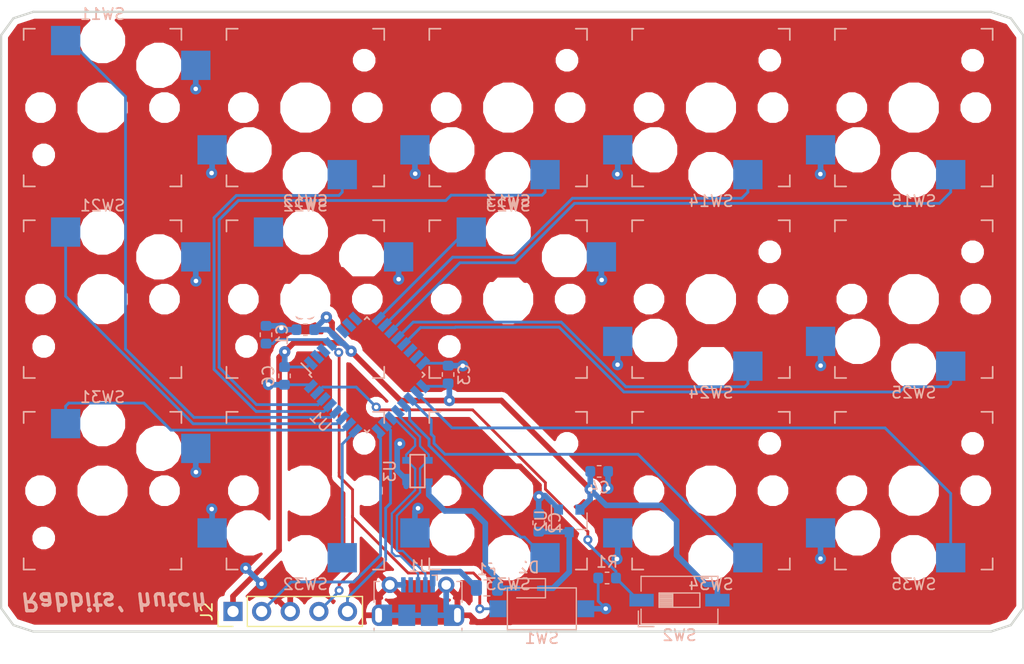
<source format=kicad_pcb>
(kicad_pcb (version 20171130) (host pcbnew "(5.0.2)-1")
  (layers (0 F.Cu signal) (31 B.Cu signal) (34 B.Paste user) (35 F.Paste user) (36 B.SilkS user) (37 F.SilkS user) (38 B.Mask user) (39 F.Mask user) (44 Edge.Cuts user))
  (net 0 "")
  (net 1 GND)
  (net 2 NRST)
  (net 3 "Net-(C2-Pad1)")
  (net 4 VDD)
  (net 5 D+)
  (net 6 D-)
  (net 7 VBUS)
  (net 8 "Net-(J1-Pad4)")
  (net 9 SWDIO)
  (net 10 SW11)
  (net 11 SW12)
  (net 12 SW13)
  (net 13 SW14)
  (net 14 SW15)
  (net 15 SW21)
  (net 16 SW22)
  (net 17 SW23)
  (net 18 SW24)
  (net 19 SW25)
  (net 20 SW31)
  (net 21 SW32)
  (net 22 SW33)
  (net 23 SW34)
  (net 24 SW35)
  (net 25 "Net-(U1-Pad2)")
  (net 26 "Net-(U1-Pad3)")
  (net 27 "Net-(U1-Pad6)")
  (net 28 "Net-(U1-Pad7)")
  (net 29 "Net-(U1-Pad8)")
  (net 30 "Net-(U1-Pad14)")
  (net 31 "Net-(U1-Pad15)")
  (net 32 SWDCLK)
  (net 33 BOOT0)
  (net 34 "Net-(F1-Pad2)")
  (module random-keyboard-parts:SOT143B (layer B.Cu) (at 147.19 118.69 90)
    (fp_text reference U3 (at 0 -2.45 90) (layer B.SilkS) (effects (justify mirror)))
    (fp_text value PRTR5V0U2X)
    (pad 1 smd rect (at -0.75 -1 90) (size 1 0.7) (layers B.Cu B.Paste B.Mask) (net 1 GND))
    (pad 4 smd rect (at -0.95 1 90) (size 0.6 0.7) (layers B.Cu B.Paste B.Mask) (net 7 VBUS))
    (pad 2 smd rect (at 0.95 -1 90) (size 0.6 0.7) (layers B.Cu B.Paste B.Mask) (net 5 D+))
    (pad 3 smd rect (at 0.95 1 90) (size 0.6 0.7) (layers B.Cu B.Paste B.Mask) (net 6 D-))
  )
  (module Diode_SMD:D_SOD-323 (layer B.Cu) (at 157.05 129.09 180)
    (fp_text reference D2 (at 0 1.85 180) (layer B.SilkS) (effects (justify mirror)))
    (fp_text value D_Schottky_Small)
    (pad 1 smd rect (at -1.05 0 180) (size 0.6 0.45) (layers B.Cu B.Paste B.Mask) (net 3 "Net-(C2-Pad1)"))
    (pad 2 smd rect (at 1.05 0 180) (size 0.6 0.45) (layers B.Cu B.Paste B.Mask) (net 7 VBUS))
  )
  (module keyswitches:PG1350_socket (layer F.Cu) (at 155.24 86.43)
    (fp_text reference SW13 (at 0 8.3) (layer B.SilkS) (effects (justify mirror)))
    (fp_text value PG1350_Socket)
    (pad "" np_thru_hole circle (at -5.5 0) (size 1.7018 1.7018) (drill 1.7018) (layers *.Cu *.Mask))
    (pad "" np_thru_hole circle (at 5.5 0) (size 1.7018 1.7018) (drill 1.7018) (layers *.Cu *.Mask))
    (pad 1 smd rect (at 3.275 5.95) (size 2.6 2.6) (layers B.Cu B.Paste B.Mask) (net 12 SW13))
    (pad "" np_thru_hole circle (at -5 3.75) (size 3 3) (drill 3) (layers *.Cu *.Mask))
    (pad "" np_thru_hole circle (at 0 0) (size 3.429 3.429) (drill 3.429) (layers *.Cu *.Mask))
    (pad "" np_thru_hole circle (at 0 5.95) (size 3 3) (drill 3) (layers *.Cu *.Mask))
    (pad 2 smd rect (at -8.275 3.75) (size 2.6 2.6) (layers B.Cu B.Paste B.Mask) (net 1 GND))
    (pad "" np_thru_hole circle (at 5.22 -4.2) (size 0.9906 0.9906) (drill 0.9906) (layers *.Cu *.Mask))
  )
  (module Capacitor_SMD:C_0603_1608Metric (layer B.Cu) (at 133.75 106.59 90)
    (fp_text reference C1 (at 0 1.43 90) (layer B.SilkS) (effects (justify mirror)))
    (fp_text value C_Small)
    (pad 2 smd roundrect (at 0.7875 0 90) (size 0.875 0.95) (layers B.Cu B.Paste B.Mask) (net 1 GND))
    (pad 1 smd roundrect (at -0.7875 0 90) (size 0.875 0.95) (layers B.Cu B.Paste B.Mask) (net 2 NRST))
  )
  (module Capacitor_SMD:C_0603_1608Metric (layer B.Cu) (at 157.95 123.28 90)
    (fp_text reference C2 (at 0 1.43 90) (layer B.SilkS) (effects (justify mirror)))
    (fp_text value 1u)
    (pad 1 smd roundrect (at -0.7875 0 90) (size 0.875 0.95) (layers B.Cu B.Paste B.Mask) (net 3 "Net-(C2-Pad1)"))
    (pad 2 smd roundrect (at 0.7875 0 90) (size 0.875 0.95) (layers B.Cu B.Paste B.Mask) (net 1 GND))
  )
  (module Capacitor_SMD:C_0603_1608Metric (layer B.Cu) (at 149.91 110.12 90)
    (fp_text reference C3 (at 0 1.43 90) (layer B.SilkS) (effects (justify mirror)))
    (fp_text value 1n)
    (pad 1 smd roundrect (at -0.7875 0 90) (size 0.875 0.95) (layers B.Cu B.Paste B.Mask) (net 4 VDD))
    (pad 2 smd roundrect (at 0.7875 0 90) (size 0.875 0.95) (layers B.Cu B.Paste B.Mask) (net 1 GND))
  )
  (module Capacitor_SMD:C_0603_1608Metric (layer B.Cu) (at 163.3175 118.72)
    (fp_text reference C4 (at 0 1.43) (layer B.SilkS) (effects (justify mirror)))
    (fp_text value 1u)
    (pad 2 smd roundrect (at 0.7875 0) (size 0.875 0.95) (layers B.Cu B.Paste B.Mask) (net 1 GND))
    (pad 1 smd roundrect (at -0.7875 0) (size 0.875 0.95) (layers B.Cu B.Paste B.Mask) (net 4 VDD))
  )
  (module Capacitor_SMD:C_0603_1608Metric (layer B.Cu) (at 137.24 106.14 180)
    (fp_text reference C5 (at 0 1.43 180) (layer B.SilkS) (effects (justify mirror)))
    (fp_text value 1n)
    (pad 2 smd roundrect (at 0.7875 0 180) (size 0.875 0.95) (layers B.Cu B.Paste B.Mask) (net 1 GND))
    (pad 1 smd roundrect (at -0.7875 0 180) (size 0.875 0.95) (layers B.Cu B.Paste B.Mask) (net 4 VDD))
  )
  (module Capacitor_SMD:C_0603_1608Metric (layer B.Cu) (at 135.39 110.24 270)
    (fp_text reference C6 (at 0 1.43 270) (layer B.SilkS) (effects (justify mirror)))
    (fp_text value 1n)
    (pad 1 smd roundrect (at -0.7875 0 270) (size 0.875 0.95) (layers B.Cu B.Paste B.Mask) (net 4 VDD))
    (pad 2 smd roundrect (at 0.7875 0 270) (size 0.875 0.95) (layers B.Cu B.Paste B.Mask) (net 1 GND))
  )
  (module Connector_USB:USB_Micro-B_Molex-105017-0001 (layer B.Cu) (at 147.24 130.25 180)
    (fp_text reference J1 (at 0 3.1125 180) (layer B.SilkS) (effects (justify mirror)))
    (fp_text value USB_B_Micro)
    (pad 6 smd rect (at 1 -1.2375 180) (size 1.5 1.9) (layers B.Cu B.Paste B.Mask) (net 1 GND))
    (pad 6 thru_hole circle (at -2.5 1.4625 180) (size 1.45 1.45) (drill 0.85) (layers *.Cu *.Mask) (net 1 GND))
    (pad 2 smd rect (at -0.65 1.4625 180) (size 0.4 1.35) (layers B.Cu B.Paste B.Mask) (net 6 D-))
    (pad 1 smd rect (at -1.3 1.4625 180) (size 0.4 1.35) (layers B.Cu B.Paste B.Mask) (net 34 "Net-(F1-Pad2)"))
    (pad 5 smd rect (at 1.3 1.4625 180) (size 0.4 1.35) (layers B.Cu B.Paste B.Mask) (net 1 GND))
    (pad 4 smd rect (at 0.65 1.4625 180) (size 0.4 1.35) (layers B.Cu B.Paste B.Mask) (net 8 "Net-(J1-Pad4)"))
    (pad 3 smd rect (at 0 1.4625 180) (size 0.4 1.35) (layers B.Cu B.Paste B.Mask) (net 5 D+))
    (pad 6 thru_hole circle (at 2.5 1.4625 180) (size 1.45 1.45) (drill 0.85) (layers *.Cu *.Mask) (net 1 GND))
    (pad 6 smd rect (at -1 -1.2375 180) (size 1.5 1.9) (layers B.Cu B.Paste B.Mask) (net 1 GND))
    (pad 6 thru_hole oval (at -3.5 -1.2375) (size 1.2 1.9) (drill oval 0.6 1.3) (layers *.Cu *.Mask) (net 1 GND))
    (pad 6 thru_hole oval (at 3.5 -1.2375 180) (size 1.2 1.9) (drill oval 0.6 1.3) (layers *.Cu *.Mask) (net 1 GND))
    (pad 6 smd rect (at 2.9 -1.2375 180) (size 1.2 1.9) (layers B.Cu B.Mask) (net 1 GND))
    (pad 6 smd rect (at -2.9 -1.2375 180) (size 1.2 1.9) (layers B.Cu B.Mask) (net 1 GND))
  )
  (module Connector_PinHeader_2.54mm:PinHeader_1x05_P2.54mm_Vertical (layer F.Cu) (at 130.82 131.15 90)
    (fp_text reference J2 (at 0 -2.33 90) (layer F.SilkS))
    (fp_text value Conn_01x05)
    (pad 1 thru_hole rect (at 0 0 90) (size 1.7 1.7) (drill 1) (layers *.Cu *.Mask) (net 4 VDD))
    (pad 2 thru_hole oval (at 0 2.54 90) (size 1.7 1.7) (drill 1) (layers *.Cu *.Mask) (net 32 SWDCLK))
    (pad 3 thru_hole oval (at 0 5.08 90) (size 1.7 1.7) (drill 1) (layers *.Cu *.Mask) (net 1 GND))
    (pad 4 thru_hole oval (at 0 7.62 90) (size 1.7 1.7) (drill 1) (layers *.Cu *.Mask) (net 2 NRST))
    (pad 5 thru_hole oval (at 0 10.16 90) (size 1.7 1.7) (drill 1) (layers *.Cu *.Mask) (net 9 SWDIO))
  )
  (module Button_Switch_SMD:SW_SPST_CK_RS282G05A3 (layer B.Cu) (at 158.23 130.91)
    (fp_text reference SW1 (at 0 2.6) (layer B.SilkS) (effects (justify mirror)))
    (fp_text value SW_Push)
    (pad 1 smd rect (at -3.9 0) (size 1.5 1.5) (layers B.Cu B.Paste B.Mask) (net 2 NRST))
    (pad 2 smd rect (at 3.9 0) (size 1.5 1.5) (layers B.Cu B.Paste B.Mask) (net 1 GND))
  )
  (module keyswitches:PG1350_socket (layer F.Cu) (at 119.24 86.43 180)
    (fp_text reference SW11 (at 0 8.3 180) (layer B.SilkS) (effects (justify mirror)))
    (fp_text value PG1350_Socket)
    (pad "" np_thru_hole circle (at -5.5 0 180) (size 1.7018 1.7018) (drill 1.7018) (layers *.Cu *.Mask))
    (pad "" np_thru_hole circle (at 5.5 0 180) (size 1.7018 1.7018) (drill 1.7018) (layers *.Cu *.Mask))
    (pad 1 smd rect (at 3.275 5.95 180) (size 2.6 2.6) (layers B.Cu B.Paste B.Mask) (net 10 SW11))
    (pad "" np_thru_hole circle (at -5 3.75 180) (size 3 3) (drill 3) (layers *.Cu *.Mask))
    (pad "" np_thru_hole circle (at 0 0 180) (size 3.429 3.429) (drill 3.429) (layers *.Cu *.Mask))
    (pad "" np_thru_hole circle (at 0 5.95 180) (size 3 3) (drill 3) (layers *.Cu *.Mask))
    (pad 2 smd rect (at -8.275 3.75 180) (size 2.6 2.6) (layers B.Cu B.Paste B.Mask) (net 1 GND))
    (pad "" np_thru_hole circle (at 5.22 -4.2 180) (size 0.9906 0.9906) (drill 0.9906) (layers *.Cu *.Mask))
  )
  (module keyswitches:PG1350_socket (layer F.Cu) (at 137.24 86.43)
    (fp_text reference SW12 (at 0 8.3) (layer B.SilkS) (effects (justify mirror)))
    (fp_text value PG1350_Socket)
    (pad "" np_thru_hole circle (at 5.22 -4.2) (size 0.9906 0.9906) (drill 0.9906) (layers *.Cu *.Mask))
    (pad 2 smd rect (at -8.275 3.75) (size 2.6 2.6) (layers B.Cu B.Paste B.Mask) (net 1 GND))
    (pad "" np_thru_hole circle (at 0 5.95) (size 3 3) (drill 3) (layers *.Cu *.Mask))
    (pad "" np_thru_hole circle (at 0 0) (size 3.429 3.429) (drill 3.429) (layers *.Cu *.Mask))
    (pad "" np_thru_hole circle (at -5 3.75) (size 3 3) (drill 3) (layers *.Cu *.Mask))
    (pad 1 smd rect (at 3.275 5.95) (size 2.6 2.6) (layers B.Cu B.Paste B.Mask) (net 11 SW12))
    (pad "" np_thru_hole circle (at 5.5 0) (size 1.7018 1.7018) (drill 1.7018) (layers *.Cu *.Mask))
    (pad "" np_thru_hole circle (at -5.5 0) (size 1.7018 1.7018) (drill 1.7018) (layers *.Cu *.Mask))
  )
  (module keyswitches:PG1350_socket (layer F.Cu) (at 173.24 86.43)
    (fp_text reference SW14 (at 0 8.3) (layer B.SilkS) (effects (justify mirror)))
    (fp_text value PG1350_Socket)
    (pad "" np_thru_hole circle (at 5.22 -4.2) (size 0.9906 0.9906) (drill 0.9906) (layers *.Cu *.Mask))
    (pad 2 smd rect (at -8.275 3.75) (size 2.6 2.6) (layers B.Cu B.Paste B.Mask) (net 1 GND))
    (pad "" np_thru_hole circle (at 0 5.95) (size 3 3) (drill 3) (layers *.Cu *.Mask))
    (pad "" np_thru_hole circle (at 0 0) (size 3.429 3.429) (drill 3.429) (layers *.Cu *.Mask))
    (pad "" np_thru_hole circle (at -5 3.75) (size 3 3) (drill 3) (layers *.Cu *.Mask))
    (pad 1 smd rect (at 3.275 5.95) (size 2.6 2.6) (layers B.Cu B.Paste B.Mask) (net 13 SW14))
    (pad "" np_thru_hole circle (at 5.5 0) (size 1.7018 1.7018) (drill 1.7018) (layers *.Cu *.Mask))
    (pad "" np_thru_hole circle (at -5.5 0) (size 1.7018 1.7018) (drill 1.7018) (layers *.Cu *.Mask))
  )
  (module keyswitches:PG1350_socket (layer F.Cu) (at 191.24 86.43)
    (fp_text reference SW15 (at 0 8.3) (layer B.SilkS) (effects (justify mirror)))
    (fp_text value PG1350_Socket)
    (pad "" np_thru_hole circle (at -5.5 0) (size 1.7018 1.7018) (drill 1.7018) (layers *.Cu *.Mask))
    (pad "" np_thru_hole circle (at 5.5 0) (size 1.7018 1.7018) (drill 1.7018) (layers *.Cu *.Mask))
    (pad 1 smd rect (at 3.275 5.95) (size 2.6 2.6) (layers B.Cu B.Paste B.Mask) (net 14 SW15))
    (pad "" np_thru_hole circle (at -5 3.75) (size 3 3) (drill 3) (layers *.Cu *.Mask))
    (pad "" np_thru_hole circle (at 0 0) (size 3.429 3.429) (drill 3.429) (layers *.Cu *.Mask))
    (pad "" np_thru_hole circle (at 0 5.95) (size 3 3) (drill 3) (layers *.Cu *.Mask))
    (pad 2 smd rect (at -8.275 3.75) (size 2.6 2.6) (layers B.Cu B.Paste B.Mask) (net 1 GND))
    (pad "" np_thru_hole circle (at 5.22 -4.2) (size 0.9906 0.9906) (drill 0.9906) (layers *.Cu *.Mask))
  )
  (module keyswitches:PG1350_socket (layer F.Cu) (at 119.24 103.43 180)
    (fp_text reference SW21 (at 0 8.3 180) (layer B.SilkS) (effects (justify mirror)))
    (fp_text value PG1350_Socket)
    (pad "" np_thru_hole circle (at 5.22 -4.2 180) (size 0.9906 0.9906) (drill 0.9906) (layers *.Cu *.Mask))
    (pad 2 smd rect (at -8.275 3.75 180) (size 2.6 2.6) (layers B.Cu B.Paste B.Mask) (net 1 GND))
    (pad "" np_thru_hole circle (at 0 5.95 180) (size 3 3) (drill 3) (layers *.Cu *.Mask))
    (pad "" np_thru_hole circle (at 0 0 180) (size 3.429 3.429) (drill 3.429) (layers *.Cu *.Mask))
    (pad "" np_thru_hole circle (at -5 3.75 180) (size 3 3) (drill 3) (layers *.Cu *.Mask))
    (pad 1 smd rect (at 3.275 5.95 180) (size 2.6 2.6) (layers B.Cu B.Paste B.Mask) (net 15 SW21))
    (pad "" np_thru_hole circle (at 5.5 0 180) (size 1.7018 1.7018) (drill 1.7018) (layers *.Cu *.Mask))
    (pad "" np_thru_hole circle (at -5.5 0 180) (size 1.7018 1.7018) (drill 1.7018) (layers *.Cu *.Mask))
  )
  (module keyswitches:PG1350_socket (layer F.Cu) (at 137.24 103.43 180)
    (fp_text reference SW22 (at 0 8.3 180) (layer B.SilkS) (effects (justify mirror)))
    (fp_text value PG1350_Socket)
    (pad "" np_thru_hole circle (at -5.5 0 180) (size 1.7018 1.7018) (drill 1.7018) (layers *.Cu *.Mask))
    (pad "" np_thru_hole circle (at 5.5 0 180) (size 1.7018 1.7018) (drill 1.7018) (layers *.Cu *.Mask))
    (pad 1 smd rect (at 3.275 5.95 180) (size 2.6 2.6) (layers B.Cu B.Paste B.Mask) (net 16 SW22))
    (pad "" np_thru_hole circle (at -5 3.75 180) (size 3 3) (drill 3) (layers *.Cu *.Mask))
    (pad "" np_thru_hole circle (at 0 0 180) (size 3.429 3.429) (drill 3.429) (layers *.Cu *.Mask))
    (pad "" np_thru_hole circle (at 0 5.95 180) (size 3 3) (drill 3) (layers *.Cu *.Mask))
    (pad 2 smd rect (at -8.275 3.75 180) (size 2.6 2.6) (layers B.Cu B.Paste B.Mask) (net 1 GND))
    (pad "" np_thru_hole circle (at 5.22 -4.2 180) (size 0.9906 0.9906) (drill 0.9906) (layers *.Cu *.Mask))
  )
  (module keyswitches:PG1350_socket (layer F.Cu) (at 155.24 103.43 180)
    (fp_text reference SW23 (at 0 8.3 180) (layer B.SilkS) (effects (justify mirror)))
    (fp_text value PG1350_Socket)
    (pad "" np_thru_hole circle (at 5.22 -4.2 180) (size 0.9906 0.9906) (drill 0.9906) (layers *.Cu *.Mask))
    (pad 2 smd rect (at -8.275 3.75 180) (size 2.6 2.6) (layers B.Cu B.Paste B.Mask) (net 1 GND))
    (pad "" np_thru_hole circle (at 0 5.95 180) (size 3 3) (drill 3) (layers *.Cu *.Mask))
    (pad "" np_thru_hole circle (at 0 0 180) (size 3.429 3.429) (drill 3.429) (layers *.Cu *.Mask))
    (pad "" np_thru_hole circle (at -5 3.75 180) (size 3 3) (drill 3) (layers *.Cu *.Mask))
    (pad 1 smd rect (at 3.275 5.95 180) (size 2.6 2.6) (layers B.Cu B.Paste B.Mask) (net 17 SW23))
    (pad "" np_thru_hole circle (at 5.5 0 180) (size 1.7018 1.7018) (drill 1.7018) (layers *.Cu *.Mask))
    (pad "" np_thru_hole circle (at -5.5 0 180) (size 1.7018 1.7018) (drill 1.7018) (layers *.Cu *.Mask))
  )
  (module keyswitches:PG1350_socket (layer F.Cu) (at 173.24 103.43)
    (fp_text reference SW24 (at 0 8.3 180) (layer B.SilkS) (effects (justify mirror)))
    (fp_text value PG1350_Socket)
    (pad "" np_thru_hole circle (at -5.5 0) (size 1.7018 1.7018) (drill 1.7018) (layers *.Cu *.Mask))
    (pad "" np_thru_hole circle (at 5.5 0) (size 1.7018 1.7018) (drill 1.7018) (layers *.Cu *.Mask))
    (pad 1 smd rect (at 3.275 5.95) (size 2.6 2.6) (layers B.Cu B.Paste B.Mask) (net 18 SW24))
    (pad "" np_thru_hole circle (at -5 3.75) (size 3 3) (drill 3) (layers *.Cu *.Mask))
    (pad "" np_thru_hole circle (at 0 0) (size 3.429 3.429) (drill 3.429) (layers *.Cu *.Mask))
    (pad "" np_thru_hole circle (at 0 5.95) (size 3 3) (drill 3) (layers *.Cu *.Mask))
    (pad 2 smd rect (at -8.275 3.75) (size 2.6 2.6) (layers B.Cu B.Paste B.Mask) (net 1 GND))
    (pad "" np_thru_hole circle (at 5.22 -4.2) (size 0.9906 0.9906) (drill 0.9906) (layers *.Cu *.Mask))
  )
  (module keyswitches:PG1350_socket (layer F.Cu) (at 191.24 103.43)
    (fp_text reference SW25 (at 0 8.3 180) (layer B.SilkS) (effects (justify mirror)))
    (fp_text value PG1350_Socket)
    (pad "" np_thru_hole circle (at 5.22 -4.2) (size 0.9906 0.9906) (drill 0.9906) (layers *.Cu *.Mask))
    (pad 2 smd rect (at -8.275 3.75) (size 2.6 2.6) (layers B.Cu B.Paste B.Mask) (net 1 GND))
    (pad "" np_thru_hole circle (at 0 5.95) (size 3 3) (drill 3) (layers *.Cu *.Mask))
    (pad "" np_thru_hole circle (at 0 0) (size 3.429 3.429) (drill 3.429) (layers *.Cu *.Mask))
    (pad "" np_thru_hole circle (at -5 3.75) (size 3 3) (drill 3) (layers *.Cu *.Mask))
    (pad 1 smd rect (at 3.275 5.95) (size 2.6 2.6) (layers B.Cu B.Paste B.Mask) (net 19 SW25))
    (pad "" np_thru_hole circle (at 5.5 0) (size 1.7018 1.7018) (drill 1.7018) (layers *.Cu *.Mask))
    (pad "" np_thru_hole circle (at -5.5 0) (size 1.7018 1.7018) (drill 1.7018) (layers *.Cu *.Mask))
  )
  (module keyswitches:PG1350_socket (layer F.Cu) (at 119.24 120.43 180)
    (fp_text reference SW31 (at 0 8.3 180) (layer B.SilkS) (effects (justify mirror)))
    (fp_text value PG1350_Socket)
    (pad "" np_thru_hole circle (at -5.5 0 180) (size 1.7018 1.7018) (drill 1.7018) (layers *.Cu *.Mask))
    (pad "" np_thru_hole circle (at 5.5 0 180) (size 1.7018 1.7018) (drill 1.7018) (layers *.Cu *.Mask))
    (pad 1 smd rect (at 3.275 5.95 180) (size 2.6 2.6) (layers B.Cu B.Paste B.Mask) (net 20 SW31))
    (pad "" np_thru_hole circle (at -5 3.75 180) (size 3 3) (drill 3) (layers *.Cu *.Mask))
    (pad "" np_thru_hole circle (at 0 0 180) (size 3.429 3.429) (drill 3.429) (layers *.Cu *.Mask))
    (pad "" np_thru_hole circle (at 0 5.95 180) (size 3 3) (drill 3) (layers *.Cu *.Mask))
    (pad 2 smd rect (at -8.275 3.75 180) (size 2.6 2.6) (layers B.Cu B.Paste B.Mask) (net 1 GND))
    (pad "" np_thru_hole circle (at 5.22 -4.2 180) (size 0.9906 0.9906) (drill 0.9906) (layers *.Cu *.Mask))
  )
  (module keyswitches:PG1350_socket (layer F.Cu) (at 137.24 120.43)
    (fp_text reference SW32 (at 0 8.3) (layer B.SilkS) (effects (justify mirror)))
    (fp_text value PG1350_Socket)
    (pad "" np_thru_hole circle (at 5.22 -4.2) (size 0.9906 0.9906) (drill 0.9906) (layers *.Cu *.Mask))
    (pad 2 smd rect (at -8.275 3.75) (size 2.6 2.6) (layers B.Cu B.Paste B.Mask) (net 1 GND))
    (pad "" np_thru_hole circle (at 0 5.95) (size 3 3) (drill 3) (layers *.Cu *.Mask))
    (pad "" np_thru_hole circle (at 0 0) (size 3.429 3.429) (drill 3.429) (layers *.Cu *.Mask))
    (pad "" np_thru_hole circle (at -5 3.75) (size 3 3) (drill 3) (layers *.Cu *.Mask))
    (pad 1 smd rect (at 3.275 5.95) (size 2.6 2.6) (layers B.Cu B.Paste B.Mask) (net 21 SW32))
    (pad "" np_thru_hole circle (at 5.5 0) (size 1.7018 1.7018) (drill 1.7018) (layers *.Cu *.Mask))
    (pad "" np_thru_hole circle (at -5.5 0) (size 1.7018 1.7018) (drill 1.7018) (layers *.Cu *.Mask))
  )
  (module keyswitches:PG1350_socket (layer F.Cu) (at 155.24 120.43)
    (fp_text reference SW33 (at 0 8.3) (layer B.SilkS) (effects (justify mirror)))
    (fp_text value PG1350_Socket)
    (pad "" np_thru_hole circle (at -5.5 0) (size 1.7018 1.7018) (drill 1.7018) (layers *.Cu *.Mask))
    (pad "" np_thru_hole circle (at 5.5 0) (size 1.7018 1.7018) (drill 1.7018) (layers *.Cu *.Mask))
    (pad 1 smd rect (at 3.275 5.95) (size 2.6 2.6) (layers B.Cu B.Paste B.Mask) (net 22 SW33))
    (pad "" np_thru_hole circle (at -5 3.75) (size 3 3) (drill 3) (layers *.Cu *.Mask))
    (pad "" np_thru_hole circle (at 0 0) (size 3.429 3.429) (drill 3.429) (layers *.Cu *.Mask))
    (pad "" np_thru_hole circle (at 0 5.95) (size 3 3) (drill 3) (layers *.Cu *.Mask))
    (pad 2 smd rect (at -8.275 3.75) (size 2.6 2.6) (layers B.Cu B.Paste B.Mask) (net 1 GND))
    (pad "" np_thru_hole circle (at 5.22 -4.2) (size 0.9906 0.9906) (drill 0.9906) (layers *.Cu *.Mask))
  )
  (module keyswitches:PG1350_socket (layer F.Cu) (at 173.24 120.43)
    (fp_text reference SW34 (at 0 8.3 180) (layer B.SilkS) (effects (justify mirror)))
    (fp_text value PG1350_Socket)
    (pad "" np_thru_hole circle (at 5.22 -4.2) (size 0.9906 0.9906) (drill 0.9906) (layers *.Cu *.Mask))
    (pad 2 smd rect (at -8.275 3.75) (size 2.6 2.6) (layers B.Cu B.Paste B.Mask) (net 1 GND))
    (pad "" np_thru_hole circle (at 0 5.95) (size 3 3) (drill 3) (layers *.Cu *.Mask))
    (pad "" np_thru_hole circle (at 0 0) (size 3.429 3.429) (drill 3.429) (layers *.Cu *.Mask))
    (pad "" np_thru_hole circle (at -5 3.75) (size 3 3) (drill 3) (layers *.Cu *.Mask))
    (pad 1 smd rect (at 3.275 5.95) (size 2.6 2.6) (layers B.Cu B.Paste B.Mask) (net 23 SW34))
    (pad "" np_thru_hole circle (at 5.5 0) (size 1.7018 1.7018) (drill 1.7018) (layers *.Cu *.Mask))
    (pad "" np_thru_hole circle (at -5.5 0) (size 1.7018 1.7018) (drill 1.7018) (layers *.Cu *.Mask))
  )
  (module keyswitches:PG1350_socket (layer F.Cu) (at 191.24 120.43)
    (fp_text reference SW35 (at 0 8.3 180) (layer B.SilkS) (effects (justify mirror)))
    (fp_text value PG1350_Socket)
    (pad "" np_thru_hole circle (at 5.22 -4.2) (size 0.9906 0.9906) (drill 0.9906) (layers *.Cu *.Mask))
    (pad 2 smd rect (at -8.275 3.75) (size 2.6 2.6) (layers B.Cu B.Paste B.Mask) (net 1 GND))
    (pad "" np_thru_hole circle (at 0 5.95) (size 3 3) (drill 3) (layers *.Cu *.Mask))
    (pad "" np_thru_hole circle (at 0 0) (size 3.429 3.429) (drill 3.429) (layers *.Cu *.Mask))
    (pad "" np_thru_hole circle (at -5 3.75) (size 3 3) (drill 3) (layers *.Cu *.Mask))
    (pad 1 smd rect (at 3.275 5.95) (size 2.6 2.6) (layers B.Cu B.Paste B.Mask) (net 24 SW35))
    (pad "" np_thru_hole circle (at 5.5 0) (size 1.7018 1.7018) (drill 1.7018) (layers *.Cu *.Mask))
    (pad "" np_thru_hole circle (at -5.5 0) (size 1.7018 1.7018) (drill 1.7018) (layers *.Cu *.Mask))
  )
  (module Package_QFP:LQFP-32_7x7mm_P0.8mm (layer B.Cu) (at 142.709417 110.14099 315)
    (fp_text reference U1 (at 0 5.85 315) (layer B.SilkS) (effects (justify mirror)))
    (fp_text value STM32F042K4Tx)
    (pad 1 smd rect (at -4.25 2.8 315) (size 1.2 0.6) (layers B.Cu B.Paste B.Mask) (net 4 VDD))
    (pad 2 smd rect (at -4.25 2 315) (size 1.2 0.6) (layers B.Cu B.Paste B.Mask) (net 25 "Net-(U1-Pad2)"))
    (pad 3 smd rect (at -4.25 1.2 315) (size 1.2 0.6) (layers B.Cu B.Paste B.Mask) (net 26 "Net-(U1-Pad3)"))
    (pad 4 smd rect (at -4.25 0.4 315) (size 1.2 0.6) (layers B.Cu B.Paste B.Mask) (net 2 NRST))
    (pad 5 smd rect (at -4.25 -0.4 315) (size 1.2 0.6) (layers B.Cu B.Paste B.Mask) (net 4 VDD))
    (pad 6 smd rect (at -4.25 -1.2 315) (size 1.2 0.6) (layers B.Cu B.Paste B.Mask) (net 27 "Net-(U1-Pad6)"))
    (pad 7 smd rect (at -4.25 -2 315) (size 1.2 0.6) (layers B.Cu B.Paste B.Mask) (net 28 "Net-(U1-Pad7)"))
    (pad 8 smd rect (at -4.25 -2.8 315) (size 1.2 0.6) (layers B.Cu B.Paste B.Mask) (net 29 "Net-(U1-Pad8)"))
    (pad 9 smd rect (at -2.8 -4.25 225) (size 1.2 0.6) (layers B.Cu B.Paste B.Mask) (net 17 SW23))
    (pad 10 smd rect (at -2 -4.25 225) (size 1.2 0.6) (layers B.Cu B.Paste B.Mask) (net 13 SW14))
    (pad 11 smd rect (at -1.2 -4.25 225) (size 1.2 0.6) (layers B.Cu B.Paste B.Mask) (net 14 SW15))
    (pad 12 smd rect (at -0.4 -4.25 225) (size 1.2 0.6) (layers B.Cu B.Paste B.Mask) (net 18 SW24))
    (pad 13 smd rect (at 0.4 -4.25 225) (size 1.2 0.6) (layers B.Cu B.Paste B.Mask) (net 19 SW25))
    (pad 14 smd rect (at 1.2 -4.25 225) (size 1.2 0.6) (layers B.Cu B.Paste B.Mask) (net 30 "Net-(U1-Pad14)"))
    (pad 15 smd rect (at 2 -4.25 225) (size 1.2 0.6) (layers B.Cu B.Paste B.Mask) (net 31 "Net-(U1-Pad15)"))
    (pad 16 smd rect (at 2.8 -4.25 225) (size 1.2 0.6) (layers B.Cu B.Paste B.Mask) (net 1 GND))
    (pad 17 smd rect (at 4.25 -2.8 315) (size 1.2 0.6) (layers B.Cu B.Paste B.Mask) (net 4 VDD))
    (pad 18 smd rect (at 4.25 -2 315) (size 1.2 0.6) (layers B.Cu B.Paste B.Mask) (net 24 SW35))
    (pad 19 smd rect (at 4.25 -1.2 315) (size 1.2 0.6) (layers B.Cu B.Paste B.Mask) (net 23 SW34))
    (pad 20 smd rect (at 4.25 -0.4 315) (size 1.2 0.6) (layers B.Cu B.Paste B.Mask) (net 22 SW33))
    (pad 21 smd rect (at 4.25 0.4 315) (size 1.2 0.6) (layers B.Cu B.Paste B.Mask) (net 6 D-))
    (pad 22 smd rect (at 4.25 1.2 315) (size 1.2 0.6) (layers B.Cu B.Paste B.Mask) (net 5 D+))
    (pad 23 smd rect (at 4.25 2 315) (size 1.2 0.6) (layers B.Cu B.Paste B.Mask) (net 9 SWDIO))
    (pad 24 smd rect (at 4.25 2.8 315) (size 1.2 0.6) (layers B.Cu B.Paste B.Mask) (net 32 SWDCLK))
    (pad 25 smd rect (at 2.8 4.25 225) (size 1.2 0.6) (layers B.Cu B.Paste B.Mask) (net 21 SW32))
    (pad 26 smd rect (at 2 4.25 225) (size 1.2 0.6) (layers B.Cu B.Paste B.Mask) (net 20 SW31))
    (pad 27 smd rect (at 1.2 4.25 225) (size 1.2 0.6) (layers B.Cu B.Paste B.Mask) (net 15 SW21))
    (pad 28 smd rect (at 0.4 4.25 225) (size 1.2 0.6) (layers B.Cu B.Paste B.Mask) (net 10 SW11))
    (pad 29 smd rect (at -0.4 4.25 225) (size 1.2 0.6) (layers B.Cu B.Paste B.Mask) (net 11 SW12))
    (pad 30 smd rect (at -1.2 4.25 225) (size 1.2 0.6) (layers B.Cu B.Paste B.Mask) (net 12 SW13))
    (pad 31 smd rect (at -2 4.25 225) (size 1.2 0.6) (layers B.Cu B.Paste B.Mask) (net 33 BOOT0))
    (pad 32 smd rect (at -2.8 4.25 225) (size 1.2 0.6) (layers B.Cu B.Paste B.Mask) (net 1 GND))
  )
  (module Fuse:Fuse_0805_2012Metric (layer B.Cu) (at 153.36 129.06 180)
    (fp_text reference F1 (at 0 1.65 180) (layer B.SilkS) (effects (justify mirror)))
    (fp_text value Polyfuse_Small)
    (pad 1 smd roundrect (at -0.9375 0 180) (size 0.975 1.4) (layers B.Cu B.Paste B.Mask) (net 7 VBUS))
    (pad 2 smd roundrect (at 0.9375 0 180) (size 0.975 1.4) (layers B.Cu B.Paste B.Mask) (net 34 "Net-(F1-Pad2)"))
  )
  (module Package_TO_SOT_SMD:SOT-23 (layer B.Cu) (at 160.66 123.11 270)
    (fp_text reference U2 (at 0 2.5 270) (layer B.SilkS) (effects (justify mirror)))
    (fp_text value MCP1703A-1202_SOT23)
    (pad 1 smd rect (at -1 0.95 270) (size 0.9 0.8) (layers B.Cu B.Paste B.Mask) (net 1 GND))
    (pad 2 smd rect (at -1 -0.95 270) (size 0.9 0.8) (layers B.Cu B.Paste B.Mask) (net 4 VDD))
    (pad 3 smd rect (at 1 0 270) (size 0.9 0.8) (layers B.Cu B.Paste B.Mask) (net 3 "Net-(C2-Pad1)"))
  )
  (module Resistor_SMD:R_0603_1608Metric (layer B.Cu) (at 164.02 128.18 180)
    (fp_text reference R1 (at 0 1.43 180) (layer B.SilkS) (effects (justify mirror)))
    (fp_text value R_Small)
    (pad 1 smd roundrect (at -0.7875 0 180) (size 0.875 0.95) (layers B.Cu B.Paste B.Mask) (net 33 BOOT0))
    (pad 2 smd roundrect (at 0.7875 0 180) (size 0.875 0.95) (layers B.Cu B.Paste B.Mask) (net 1 GND))
  )
  (module Button_Switch_SMD:SW_DIP_SPSTx01_Slide_6.7x4.1mm_W6.73mm_P2.54mm_LowProfile_JPin (layer B.Cu) (at 170.445001 130.145001)
    (fp_text reference SW2 (at 0 3.11) (layer B.SilkS) (effects (justify mirror)))
    (fp_text value SW_DIP_x01)
    (pad 1 smd rect (at -3.365 0) (size 2.16 1.12) (layers B.Cu B.Paste B.Mask) (net 33 BOOT0))
    (pad 2 smd rect (at 3.365 0) (size 2.16 1.12) (layers B.Cu B.Paste B.Mask) (net 4 VDD))
  )
  (gr_text "Rabbits' hutch" (at 120.2 130.26 180) (layer B.SilkS) (effects (font (size 1.5 1.5) (thickness 0.3) italic) (justify mirror)))
  (gr_line (start 199.85657 78.505899) (end 198.09317 77.93295) (layer Edge.Cuts) (width 0.2))
  (gr_line (start 200.94637 80.0059) (end 199.85657 78.505899) (layer Edge.Cuts) (width 0.2))
  (gr_line (start 200.94637 130.86005) (end 200.94637 80.0059) (layer Edge.Cuts) (width 0.2))
  (gr_line (start 198.09317 77.93295) (end 113.09317 77.93295) (layer Edge.Cuts) (width 0.2))
  (gr_line (start 113.09317 77.93295) (end 111.32981 78.505899) (layer Edge.Cuts) (width 0.2))
  (gr_line (start 198.09317 132.93295) (end 199.85657 132.36005) (layer Edge.Cuts) (width 0.2))
  (gr_line (start 199.85657 132.36005) (end 200.94637 130.86005) (layer Edge.Cuts) (width 0.2))
  (gr_line (start 110.24 130.86005) (end 111.32981 132.36005) (layer Edge.Cuts) (width 0.2))
  (gr_line (start 111.32981 78.505899) (end 110.24 80.0059) (layer Edge.Cuts) (width 0.2))
  (gr_line (start 111.32981 132.36005) (end 113.09317 132.93295) (layer Edge.Cuts) (width 0.2))
  (gr_line (start 110.24 80.0059) (end 110.24 81.86) (layer Edge.Cuts) (width 0.2))
  (gr_line (start 113.09317 132.93295) (end 198.09317 132.93295) (layer Edge.Cuts) (width 0.2))
  (gr_line (start 110.24 81.86) (end 110.24 130.86005) (layer Edge.Cuts) (width 0.2))
  (segment (start 137.585519 111.0275) (end 137.724314 111.166295) (width 0.25) (layer B.Cu) (net 1))
  (segment (start 135.39 111.0275) (end 137.585519 111.0275) (width 0.25) (layer B.Cu) (net 1))
  (segment (start 149.693185 109.115685) (end 149.91 109.3325) (width 0.25) (layer B.Cu) (net 1))
  (segment (start 147.69452 109.115685) (end 149.693185 109.115685) (width 0.25) (layer B.Cu) (net 1))
  (via (at 164.9 126.49) (size 1) (drill 0.4) (layers F.Cu B.Cu) (net 1))
  (segment (start 164.965 124.18) (end 164.965 126.425) (width 0.5) (layer B.Cu) (net 1))
  (segment (start 164.965 126.425) (end 164.9 126.49) (width 0.5) (layer B.Cu) (net 1))
  (segment (start 164.9 126.49) (end 162.13 129.26) (width 0.5) (layer F.Cu) (net 1))
  (via (at 182.96 126.46) (size 1) (drill 0.4) (layers F.Cu B.Cu) (net 1))
  (segment (start 182.965 124.18) (end 182.965 126.455) (width 0.5) (layer B.Cu) (net 1))
  (segment (start 182.965 126.455) (end 182.96 126.46) (width 0.5) (layer B.Cu) (net 1))
  (segment (start 182.96 126.46) (end 178.51 130.91) (width 0.5) (layer F.Cu) (net 1))
  (via (at 182.97 109.33) (size 1) (drill 0.4) (layers F.Cu B.Cu) (net 1))
  (segment (start 182.965 107.18) (end 182.965 109.325) (width 0.5) (layer B.Cu) (net 1))
  (segment (start 182.965 109.325) (end 182.97 109.33) (width 0.5) (layer B.Cu) (net 1))
  (segment (start 182.97 126.45) (end 182.96 126.46) (width 0.5) (layer F.Cu) (net 1))
  (segment (start 182.97 109.33) (end 182.97 126.45) (width 0.5) (layer F.Cu) (net 1))
  (via (at 164.95 109.25) (size 1) (drill 0.4) (layers F.Cu B.Cu) (net 1))
  (segment (start 164.965 107.18) (end 164.965 109.235) (width 0.5) (layer B.Cu) (net 1))
  (segment (start 164.965 109.235) (end 164.95 109.25) (width 0.5) (layer B.Cu) (net 1))
  (segment (start 182.470001 108.830001) (end 182.97 109.33) (width 0.5) (layer F.Cu) (net 1))
  (segment (start 181.069999 107.429999) (end 182.470001 108.830001) (width 0.5) (layer F.Cu) (net 1))
  (segment (start 172.303999 107.429999) (end 181.069999 107.429999) (width 0.5) (layer F.Cu) (net 1))
  (segment (start 170.483998 109.25) (end 172.303999 107.429999) (width 0.5) (layer F.Cu) (net 1))
  (segment (start 164.95 109.25) (end 170.483998 109.25) (width 0.5) (layer F.Cu) (net 1))
  (segment (start 151.84 131.4875) (end 150.74 131.4875) (width 0.5) (layer F.Cu) (net 1))
  (segment (start 152.462501 132.110001) (end 151.84 131.4875) (width 0.5) (layer F.Cu) (net 1))
  (segment (start 155.440001 132.110001) (end 152.462501 132.110001) (width 0.5) (layer F.Cu) (net 1))
  (segment (start 156.640002 130.91) (end 155.440001 132.110001) (width 0.5) (layer F.Cu) (net 1))
  (segment (start 162.13 130.91) (end 156.640002 130.91) (width 0.5) (layer F.Cu) (net 1))
  (segment (start 150.74 129.7875) (end 149.74 128.7875) (width 0.5) (layer F.Cu) (net 1))
  (segment (start 150.74 131.4875) (end 150.74 129.7875) (width 0.5) (layer F.Cu) (net 1))
  (segment (start 143.74 129.7875) (end 144.74 128.7875) (width 0.5) (layer F.Cu) (net 1))
  (segment (start 143.74 131.4875) (end 143.74 129.7875) (width 0.5) (layer F.Cu) (net 1))
  (segment (start 145.94 128.7875) (end 144.74 128.7875) (width 0.5) (layer B.Cu) (net 1))
  (segment (start 149.74 131.0875) (end 150.14 131.4875) (width 0.5) (layer B.Cu) (net 1))
  (segment (start 149.74 128.7875) (end 149.74 131.0875) (width 0.5) (layer B.Cu) (net 1))
  (segment (start 148.24 131.4875) (end 150.14 131.4875) (width 0.5) (layer B.Cu) (net 1))
  (segment (start 146.24 131.4875) (end 148.24 131.4875) (width 0.5) (layer B.Cu) (net 1))
  (segment (start 146.24 131.4875) (end 144.34 131.4875) (width 0.5) (layer B.Cu) (net 1))
  (via (at 182.95 92.33) (size 1) (drill 0.4) (layers F.Cu B.Cu) (net 1))
  (segment (start 182.965 90.18) (end 182.965 92.315) (width 0.5) (layer B.Cu) (net 1))
  (segment (start 182.965 92.315) (end 182.95 92.33) (width 0.5) (layer B.Cu) (net 1))
  (segment (start 182.95 109.31) (end 182.97 109.33) (width 0.5) (layer F.Cu) (net 1))
  (segment (start 182.95 92.33) (end 182.95 109.31) (width 0.5) (layer F.Cu) (net 1))
  (via (at 164.93 92.34) (size 1) (drill 0.4) (layers F.Cu B.Cu) (net 1))
  (segment (start 164.965 90.18) (end 164.965 92.305) (width 0.5) (layer B.Cu) (net 1))
  (segment (start 164.965 92.305) (end 164.93 92.34) (width 0.5) (layer B.Cu) (net 1))
  (segment (start 164.93 109.23) (end 164.95 109.25) (width 0.5) (layer F.Cu) (net 1))
  (via (at 163.54 101.73) (size 1) (drill 0.4) (layers F.Cu B.Cu) (net 1))
  (segment (start 163.515 99.68) (end 163.515 101.705) (width 0.5) (layer B.Cu) (net 1))
  (segment (start 163.515 101.705) (end 163.54 101.73) (width 0.5) (layer B.Cu) (net 1))
  (segment (start 164.039999 102.229999) (end 164.93 103.12) (width 0.5) (layer F.Cu) (net 1))
  (segment (start 163.54 101.73) (end 164.039999 102.229999) (width 0.5) (layer F.Cu) (net 1))
  (segment (start 164.93 92.34) (end 164.93 103.12) (width 0.5) (layer F.Cu) (net 1))
  (segment (start 164.93 103.12) (end 164.93 109.23) (width 0.5) (layer F.Cu) (net 1))
  (via (at 127.53 101.82) (size 1) (drill 0.4) (layers F.Cu B.Cu) (net 1))
  (segment (start 127.515 99.68) (end 127.515 101.805) (width 0.5) (layer B.Cu) (net 1))
  (segment (start 127.515 101.805) (end 127.53 101.82) (width 0.5) (layer B.Cu) (net 1))
  (segment (start 162.832894 101.73) (end 163.54 101.73) (width 0.5) (layer F.Cu) (net 1))
  (segment (start 156.743462 101.73) (end 162.832894 101.73) (width 0.5) (layer F.Cu) (net 1))
  (segment (start 156.278961 101.265499) (end 156.743462 101.73) (width 0.5) (layer F.Cu) (net 1))
  (segment (start 154.201039 101.265499) (end 156.278961 101.265499) (width 0.5) (layer F.Cu) (net 1))
  (segment (start 153.806538 101.66) (end 154.201039 101.265499) (width 0.5) (layer F.Cu) (net 1))
  (segment (start 140.513998 100.84) (end 141.333998 101.66) (width 0.5) (layer F.Cu) (net 1))
  (segment (start 136.766002 100.84) (end 140.513998 100.84) (width 0.5) (layer F.Cu) (net 1))
  (segment (start 135.786002 101.82) (end 136.766002 100.84) (width 0.5) (layer F.Cu) (net 1))
  (via (at 145.52 101.66) (size 1) (drill 0.4) (layers F.Cu B.Cu) (net 1))
  (segment (start 145.515 101.655) (end 145.52 101.66) (width 0.5) (layer B.Cu) (net 1))
  (segment (start 145.515 99.68) (end 145.515 101.655) (width 0.5) (layer B.Cu) (net 1))
  (segment (start 141.333998 101.66) (end 145.52 101.66) (width 0.5) (layer F.Cu) (net 1))
  (via (at 128.93 122.06) (size 1) (drill 0.4) (layers F.Cu B.Cu) (net 1))
  (segment (start 128.965 124.18) (end 128.965 122.095) (width 0.5) (layer B.Cu) (net 1))
  (segment (start 128.965 122.095) (end 128.93 122.06) (width 0.5) (layer B.Cu) (net 1))
  (segment (start 128.93 122.06) (end 127.53 120.66) (width 0.5) (layer F.Cu) (net 1))
  (via (at 127.53 118.78) (size 1) (drill 0.4) (layers F.Cu B.Cu) (net 1))
  (segment (start 127.515 118.765) (end 127.53 118.78) (width 0.5) (layer B.Cu) (net 1))
  (segment (start 127.515 116.68) (end 127.515 118.765) (width 0.5) (layer B.Cu) (net 1))
  (segment (start 127.53 120.66) (end 127.53 118.78) (width 0.5) (layer F.Cu) (net 1))
  (via (at 128.92 92.24) (size 1) (drill 0.4) (layers F.Cu B.Cu) (net 1))
  (segment (start 128.965 90.18) (end 128.965 92.195) (width 0.5) (layer B.Cu) (net 1))
  (segment (start 128.965 92.195) (end 128.92 92.24) (width 0.5) (layer B.Cu) (net 1))
  (segment (start 127.53 93.63) (end 127.53 101.82) (width 0.5) (layer F.Cu) (net 1))
  (segment (start 128.92 92.24) (end 127.53 93.63) (width 0.5) (layer F.Cu) (net 1))
  (via (at 127.51 84.77) (size 1) (drill 0.4) (layers F.Cu B.Cu) (net 1))
  (segment (start 127.515 82.68) (end 127.515 84.765) (width 0.5) (layer B.Cu) (net 1))
  (segment (start 127.515 84.765) (end 127.51 84.77) (width 0.5) (layer B.Cu) (net 1))
  (segment (start 127.51 90.83) (end 128.92 92.24) (width 0.5) (layer F.Cu) (net 1))
  (segment (start 127.51 84.77) (end 127.51 90.83) (width 0.5) (layer F.Cu) (net 1))
  (via (at 146.99 92.3) (size 1) (drill 0.4) (layers F.Cu B.Cu) (net 1))
  (segment (start 146.965 90.18) (end 146.965 92.275) (width 0.5) (layer B.Cu) (net 1))
  (segment (start 146.965 92.275) (end 146.99 92.3) (width 0.5) (layer B.Cu) (net 1))
  (segment (start 145.52 93.77) (end 145.52 101.66) (width 0.5) (layer F.Cu) (net 1))
  (segment (start 146.99 92.3) (end 145.52 93.77) (width 0.5) (layer F.Cu) (net 1))
  (via (at 151.21 109.35) (size 1) (drill 0.4) (layers F.Cu B.Cu) (net 1))
  (segment (start 149.91 109.3325) (end 151.1925 109.3325) (width 0.5) (layer B.Cu) (net 1))
  (segment (start 151.1925 109.3325) (end 151.21 109.35) (width 0.5) (layer B.Cu) (net 1))
  (segment (start 152.1 107.752894) (end 152.1 101.66) (width 0.5) (layer F.Cu) (net 1))
  (segment (start 151.21 108.642894) (end 152.1 107.752894) (width 0.5) (layer F.Cu) (net 1))
  (segment (start 151.21 109.35) (end 151.21 108.642894) (width 0.5) (layer F.Cu) (net 1))
  (segment (start 145.52 101.66) (end 152.1 101.66) (width 0.5) (layer F.Cu) (net 1))
  (segment (start 152.1 101.66) (end 153.806538 101.66) (width 0.5) (layer F.Cu) (net 1))
  (via (at 164.1 120.22) (size 1) (drill 0.4) (layers F.Cu B.Cu) (net 1))
  (segment (start 164.105 118.72) (end 164.105 120.215) (width 0.5) (layer B.Cu) (net 1))
  (segment (start 164.105 120.215) (end 164.1 120.22) (width 0.5) (layer B.Cu) (net 1))
  (segment (start 164.1 125.69) (end 164.9 126.49) (width 0.5) (layer F.Cu) (net 1))
  (segment (start 164.1 120.22) (end 164.1 125.69) (width 0.5) (layer F.Cu) (net 1))
  (via (at 157.97 120.94) (size 1) (drill 0.4) (layers F.Cu B.Cu) (net 1))
  (segment (start 157.95 122.4925) (end 157.95 120.96) (width 0.5) (layer B.Cu) (net 1))
  (segment (start 157.95 120.96) (end 157.97 120.94) (width 0.5) (layer B.Cu) (net 1))
  (segment (start 164.192894 126.49) (end 164.9 126.49) (width 0.5) (layer F.Cu) (net 1))
  (segment (start 162.812894 126.49) (end 164.192894 126.49) (width 0.5) (layer F.Cu) (net 1))
  (segment (start 157.97 121.647106) (end 162.812894 126.49) (width 0.5) (layer F.Cu) (net 1))
  (segment (start 157.97 120.94) (end 157.97 121.647106) (width 0.5) (layer F.Cu) (net 1))
  (segment (start 159.71 122.06) (end 158.52 120.87) (width 0.5) (layer B.Cu) (net 1))
  (segment (start 159.71 122.11) (end 159.71 122.06) (width 0.5) (layer B.Cu) (net 1))
  (segment (start 158.04 120.87) (end 157.97 120.94) (width 0.5) (layer B.Cu) (net 1))
  (segment (start 158.52 120.87) (end 158.04 120.87) (width 0.5) (layer B.Cu) (net 1))
  (via (at 147.24 121.99) (size 1) (drill 0.4) (layers F.Cu B.Cu) (net 1))
  (segment (start 146.965 124.18) (end 146.965 122.265) (width 0.5) (layer B.Cu) (net 1))
  (segment (start 146.965 122.265) (end 147.24 121.99) (width 0.5) (layer B.Cu) (net 1))
  (segment (start 157.97 120.232894) (end 157.97 120.94) (width 0.5) (layer F.Cu) (net 1))
  (segment (start 157.97 119.956538) (end 157.97 120.232894) (width 0.5) (layer F.Cu) (net 1))
  (segment (start 156.278961 118.265499) (end 157.97 119.956538) (width 0.5) (layer F.Cu) (net 1))
  (segment (start 149.979167 118.265499) (end 156.278961 118.265499) (width 0.5) (layer F.Cu) (net 1))
  (segment (start 147.24 121.004666) (end 149.979167 118.265499) (width 0.5) (layer F.Cu) (net 1))
  (segment (start 147.24 121.99) (end 147.24 121.004666) (width 0.5) (layer F.Cu) (net 1))
  (via (at 133.96 111.01) (size 1) (drill 0.4) (layers F.Cu B.Cu) (net 1))
  (segment (start 135.39 111.0275) (end 133.9775 111.0275) (width 0.5) (layer B.Cu) (net 1))
  (segment (start 133.9775 111.0275) (end 133.96 111.01) (width 0.5) (layer B.Cu) (net 1))
  (segment (start 127.55 111.01) (end 127.53 110.99) (width 0.5) (layer F.Cu) (net 1))
  (segment (start 133.96 111.01) (end 127.55 111.01) (width 0.5) (layer F.Cu) (net 1))
  (segment (start 127.53 118.78) (end 127.53 110.99) (width 0.5) (layer F.Cu) (net 1))
  (segment (start 127.53 110.99) (end 127.53 101.82) (width 0.5) (layer F.Cu) (net 1))
  (via (at 135.11 105.99) (size 1) (drill 0.4) (layers F.Cu B.Cu) (net 1))
  (segment (start 133.75 105.8025) (end 134.9225 105.8025) (width 0.5) (layer B.Cu) (net 1))
  (segment (start 134.9225 105.8025) (end 135.11 105.99) (width 0.5) (layer B.Cu) (net 1))
  (segment (start 134.71 104.882894) (end 134.71 101.82) (width 0.5) (layer F.Cu) (net 1))
  (segment (start 135.11 105.282894) (end 134.71 104.882894) (width 0.5) (layer F.Cu) (net 1))
  (segment (start 135.11 105.99) (end 135.11 105.282894) (width 0.5) (layer F.Cu) (net 1))
  (segment (start 127.53 101.82) (end 134.71 101.82) (width 0.5) (layer F.Cu) (net 1))
  (segment (start 134.71 101.82) (end 135.786002 101.82) (width 0.5) (layer F.Cu) (net 1))
  (segment (start 135.26 106.14) (end 135.11 105.99) (width 0.5) (layer B.Cu) (net 1))
  (segment (start 136.4525 106.14) (end 135.26 106.14) (width 0.5) (layer B.Cu) (net 1))
  (via (at 133.35 128.7) (size 1) (drill 0.4) (layers F.Cu B.Cu) (net 1))
  (segment (start 135.9 131.15) (end 135.8 131.15) (width 0.5) (layer F.Cu) (net 1))
  (segment (start 135.8 131.15) (end 133.35 128.7) (width 0.5) (layer F.Cu) (net 1))
  (via (at 131.94 127.3) (size 1) (drill 0.4) (layers F.Cu B.Cu) (net 1))
  (segment (start 133.35 128.7) (end 133.34 128.7) (width 0.5) (layer B.Cu) (net 1))
  (segment (start 133.34 128.7) (end 131.94 127.3) (width 0.5) (layer B.Cu) (net 1))
  (segment (start 128.93 124.29) (end 128.93 122.06) (width 0.5) (layer F.Cu) (net 1))
  (segment (start 131.94 127.3) (end 128.93 124.29) (width 0.5) (layer F.Cu) (net 1))
  (segment (start 146.19 119.44) (end 146.19 120.047244) (width 0.5) (layer B.Cu) (net 1))
  (via (at 145.620381 116.26) (size 1) (drill 0.4) (layers F.Cu B.Cu) (net 1))
  (segment (start 145.389999 116.490382) (end 145.620381 116.26) (width 0.5) (layer B.Cu) (net 1))
  (segment (start 146.19 119.44) (end 145.389999 118.639999) (width 0.5) (layer B.Cu) (net 1))
  (segment (start 145.389999 118.639999) (end 145.389999 116.490382) (width 0.5) (layer B.Cu) (net 1))
  (segment (start 145.620381 120.370381) (end 147.24 121.99) (width 0.5) (layer F.Cu) (net 1))
  (segment (start 145.620381 116.26) (end 145.620381 120.370381) (width 0.5) (layer F.Cu) (net 1))
  (via (at 163.9 130.9) (size 1) (drill 0.4) (layers F.Cu B.Cu) (net 1))
  (segment (start 162.13 130.91) (end 163.89 130.91) (width 0.5) (layer B.Cu) (net 1))
  (segment (start 163.89 130.91) (end 163.9 130.9) (width 0.5) (layer B.Cu) (net 1))
  (segment (start 163.91 130.91) (end 164.58 130.91) (width 0.5) (layer F.Cu) (net 1))
  (segment (start 163.9 130.9) (end 163.91 130.91) (width 0.5) (layer F.Cu) (net 1))
  (segment (start 178.51 130.91) (end 164.58 130.91) (width 0.5) (layer F.Cu) (net 1))
  (segment (start 164.58 130.91) (end 162.13 130.91) (width 0.5) (layer F.Cu) (net 1))
  (segment (start 163.2325 130.2325) (end 163.9 130.9) (width 0.25) (layer B.Cu) (net 1))
  (segment (start 163.2325 128.18) (end 163.2325 130.2325) (width 0.25) (layer B.Cu) (net 1))
  (via (at 140.24 129.29) (size 0.8) (drill 0.4) (layers F.Cu B.Cu) (net 2))
  (segment (start 138.44 131.15) (end 140.24 129.35) (width 0.25) (layer B.Cu) (net 2))
  (segment (start 140.24 129.35) (end 140.24 129.29) (width 0.25) (layer B.Cu) (net 2))
  (via (at 140.2 108.16) (size 0.8) (drill 0.4) (layers F.Cu B.Cu) (net 2))
  (segment (start 139.458629 107.418629) (end 140.2 108.16) (width 0.25) (layer B.Cu) (net 2))
  (segment (start 139.42137 107.418629) (end 139.458629 107.418629) (width 0.25) (layer B.Cu) (net 2))
  (segment (start 140.24 108.2) (end 140.2 108.16) (width 0.25) (layer F.Cu) (net 2))
  (segment (start 139.025649 107.022908) (end 139.42137 107.418629) (width 0.25) (layer B.Cu) (net 2))
  (segment (start 134.679592 107.022908) (end 139.025649 107.022908) (width 0.25) (layer B.Cu) (net 2))
  (segment (start 134.325 107.3775) (end 134.679592 107.022908) (width 0.25) (layer B.Cu) (net 2))
  (segment (start 133.75 107.3775) (end 134.325 107.3775) (width 0.25) (layer B.Cu) (net 2))
  (segment (start 152.157499 127.737499) (end 146.37 127.737499) (width 0.25) (layer F.Cu) (net 2))
  (segment (start 140.24 118.83) (end 140.24 119.15) (width 0.25) (layer F.Cu) (net 2))
  (segment (start 140.24 118.83) (end 140.24 108.2) (width 0.25) (layer F.Cu) (net 2))
  (segment (start 140.24 119.15) (end 141.43 120.34) (width 0.25) (layer F.Cu) (net 2))
  (segment (start 141.43 122.797499) (end 141.552501 122.92) (width 0.25) (layer F.Cu) (net 2))
  (segment (start 141.552501 122.92) (end 146.37 127.737499) (width 0.25) (layer F.Cu) (net 2))
  (segment (start 141.43 127.534315) (end 141.43 122.66) (width 0.25) (layer F.Cu) (net 2))
  (segment (start 140.24 128.724315) (end 141.43 127.534315) (width 0.25) (layer F.Cu) (net 2))
  (segment (start 140.24 129.29) (end 140.24 128.724315) (width 0.25) (layer F.Cu) (net 2))
  (segment (start 141.43 120.34) (end 141.43 122.66) (width 0.25) (layer F.Cu) (net 2))
  (segment (start 141.43 122.66) (end 141.43 122.797499) (width 0.25) (layer F.Cu) (net 2))
  (via (at 152.72 130.92) (size 0.8) (drill 0.4) (layers F.Cu B.Cu) (net 2))
  (segment (start 154.33 130.91) (end 152.73 130.91) (width 0.25) (layer B.Cu) (net 2))
  (segment (start 152.73 130.91) (end 152.72 130.92) (width 0.25) (layer B.Cu) (net 2))
  (segment (start 152.72 130.354315) (end 152.72 128.3) (width 0.25) (layer F.Cu) (net 2))
  (segment (start 152.72 130.92) (end 152.72 130.354315) (width 0.25) (layer F.Cu) (net 2))
  (segment (start 152.72 128.3) (end 152.157499 127.737499) (width 0.25) (layer F.Cu) (net 2))
  (segment (start 160.66 125.06) (end 160.66 124.11) (width 0.5) (layer B.Cu) (net 3))
  (segment (start 160.66 127.645002) (end 160.66 125.06) (width 0.5) (layer B.Cu) (net 3))
  (segment (start 159.215002 129.09) (end 160.66 127.645002) (width 0.5) (layer B.Cu) (net 3))
  (segment (start 158.1 129.09) (end 159.215002 129.09) (width 0.5) (layer B.Cu) (net 3))
  (segment (start 160.6175 124.0675) (end 160.66 124.11) (width 0.5) (layer B.Cu) (net 3))
  (segment (start 157.95 124.0675) (end 160.6175 124.0675) (width 0.5) (layer B.Cu) (net 3))
  (segment (start 137.387499 109.4525) (end 137.724314 109.115685) (width 0.25) (layer B.Cu) (net 4))
  (segment (start 135.39 109.4525) (end 137.387499 109.4525) (width 0.25) (layer B.Cu) (net 4))
  (segment (start 149.651205 111.166295) (end 149.91 110.9075) (width 0.25) (layer B.Cu) (net 4))
  (segment (start 147.69452 111.166295) (end 149.651205 111.166295) (width 0.25) (layer B.Cu) (net 4))
  (via (at 162.52 120.31) (size 1) (drill 0.4) (layers F.Cu B.Cu) (net 4))
  (segment (start 161.61 122.11) (end 162.52 121.2) (width 0.5) (layer B.Cu) (net 4))
  (segment (start 162.52 121.2) (end 162.52 120.31) (width 0.5) (layer B.Cu) (net 4))
  (via (at 150.02 112.43) (size 1) (drill 0.4) (layers F.Cu B.Cu) (net 4))
  (segment (start 162.52 120.31) (end 154.64 112.43) (width 0.5) (layer F.Cu) (net 4))
  (segment (start 154.64 112.43) (end 150.02 112.43) (width 0.5) (layer F.Cu) (net 4))
  (segment (start 150.02 111.0175) (end 149.91 110.9075) (width 0.5) (layer B.Cu) (net 4))
  (segment (start 150.02 112.43) (end 150.02 111.0175) (width 0.5) (layer B.Cu) (net 4))
  (via (at 141.3 108.05) (size 1) (drill 0.4) (layers F.Cu B.Cu) (net 4))
  (segment (start 141.292261 108.042261) (end 141.3 108.05) (width 0.5) (layer B.Cu) (net 4))
  (segment (start 141.292261 108.028684) (end 141.292261 108.042261) (width 0.5) (layer B.Cu) (net 4))
  (segment (start 140.611494 107.347917) (end 141.292261 108.028684) (width 0.5) (layer B.Cu) (net 4))
  (segment (start 139.987056 106.852943) (end 140.48203 107.347917) (width 0.5) (layer B.Cu) (net 4))
  (segment (start 140.48203 107.347917) (end 140.611494 107.347917) (width 0.5) (layer B.Cu) (net 4))
  (segment (start 145.68 112.43) (end 141.3 108.05) (width 0.5) (layer F.Cu) (net 4))
  (segment (start 150.02 112.43) (end 145.68 112.43) (width 0.5) (layer F.Cu) (net 4))
  (via (at 135.41 108.1) (size 1) (drill 0.4) (layers F.Cu B.Cu) (net 4))
  (segment (start 136.200001 107.309999) (end 135.41 108.1) (width 0.5) (layer F.Cu) (net 4))
  (segment (start 141.3 108.05) (end 140.559999 107.309999) (width 0.5) (layer F.Cu) (net 4))
  (segment (start 140.559999 107.309999) (end 136.200001 107.309999) (width 0.5) (layer F.Cu) (net 4))
  (segment (start 135.41 109.4325) (end 135.39 109.4525) (width 0.5) (layer B.Cu) (net 4))
  (segment (start 135.41 108.1) (end 135.41 109.4325) (width 0.5) (layer B.Cu) (net 4))
  (segment (start 162.53 120.3) (end 162.52 120.31) (width 0.5) (layer B.Cu) (net 4))
  (segment (start 162.53 118.72) (end 162.53 120.3) (width 0.5) (layer B.Cu) (net 4))
  (via (at 139.11 105.03) (size 1) (drill 0.4) (layers F.Cu B.Cu) (net 4))
  (segment (start 138.0275 106.14) (end 138.0275 106.1125) (width 0.5) (layer B.Cu) (net 4))
  (segment (start 138.0275 106.1125) (end 139.11 105.03) (width 0.5) (layer B.Cu) (net 4))
  (segment (start 139.609999 106.359999) (end 140.559999 107.309999) (width 0.5) (layer F.Cu) (net 4))
  (segment (start 139.609999 105.529999) (end 139.609999 106.359999) (width 0.5) (layer F.Cu) (net 4))
  (segment (start 139.11 105.03) (end 139.609999 105.529999) (width 0.5) (layer F.Cu) (net 4))
  (segment (start 139.274113 106.14) (end 139.987056 106.852943) (width 0.5) (layer B.Cu) (net 4))
  (segment (start 138.0275 106.14) (end 139.274113 106.14) (width 0.5) (layer B.Cu) (net 4))
  (segment (start 134.910001 108.599999) (end 135.41 108.1) (width 0.5) (layer F.Cu) (net 4))
  (segment (start 134.910001 125.709999) (end 134.910001 108.599999) (width 0.5) (layer F.Cu) (net 4))
  (segment (start 130.82 129.8) (end 134.910001 125.709999) (width 0.5) (layer F.Cu) (net 4))
  (segment (start 130.82 131.15) (end 130.82 129.8) (width 0.5) (layer F.Cu) (net 4))
  (segment (start 173.810001 129.085001) (end 173.475 128.75) (width 0.5) (layer B.Cu) (net 4))
  (segment (start 173.810001 130.145001) (end 173.810001 129.085001) (width 0.5) (layer B.Cu) (net 4))
  (segment (start 173.475 128.75) (end 172.77 128.75) (width 0.5) (layer B.Cu) (net 4))
  (segment (start 170.190001 126.170001) (end 170.190001 123.100001) (width 0.5) (layer B.Cu) (net 4))
  (segment (start 172.77 128.75) (end 170.190001 126.170001) (width 0.5) (layer B.Cu) (net 4))
  (segment (start 163.019999 120.809999) (end 162.52 120.31) (width 0.5) (layer B.Cu) (net 4))
  (segment (start 163.940901 121.730901) (end 163.019999 120.809999) (width 0.5) (layer B.Cu) (net 4))
  (segment (start 168.820901 121.730901) (end 163.940901 121.730901) (width 0.5) (layer B.Cu) (net 4))
  (segment (start 170.190001 123.100001) (end 168.820901 121.730901) (width 0.5) (layer B.Cu) (net 4))
  (segment (start 145.113579 113.994722) (end 144.866093 113.994722) (width 0.2) (layer B.Cu) (net 5))
  (segment (start 146.98 115.861143) (end 145.113579 113.994722) (width 0.2) (layer B.Cu) (net 5))
  (segment (start 147.24 128.7875) (end 147.24 127.774999) (width 0.2) (layer B.Cu) (net 5))
  (segment (start 147.24 127.774999) (end 145.694993 126.229992) (width 0.2) (layer B.Cu) (net 5))
  (segment (start 145.694993 126.229992) (end 145.238607 126.229992) (width 0.2) (layer B.Cu) (net 5))
  (segment (start 145.238607 126.229992) (end 144.915008 125.906393) (width 0.2) (layer B.Cu) (net 5))
  (segment (start 144.915008 125.906393) (end 144.915008 122.453607) (width 0.2) (layer B.Cu) (net 5))
  (segment (start 144.915008 122.453607) (end 146.98 120.388615) (width 0.2) (layer B.Cu) (net 5))
  (segment (start 146.98 118.48) (end 146.98 118.58) (width 0.2) (layer B.Cu) (net 5))
  (segment (start 146.24 117.74) (end 146.98 118.48) (width 0.2) (layer B.Cu) (net 5))
  (segment (start 146.19 117.74) (end 146.24 117.74) (width 0.2) (layer B.Cu) (net 5))
  (segment (start 146.98 120.388615) (end 146.98 118.58) (width 0.2) (layer B.Cu) (net 5))
  (segment (start 146.98 116.45) (end 146.98 116.37) (width 0.2) (layer B.Cu) (net 5))
  (segment (start 146.19 117.24) (end 146.98 116.45) (width 0.2) (layer B.Cu) (net 5))
  (segment (start 146.19 117.74) (end 146.19 117.24) (width 0.2) (layer B.Cu) (net 5))
  (segment (start 146.98 116.37) (end 146.98 115.861143) (width 0.2) (layer B.Cu) (net 5))
  (segment (start 147.89 128.7875) (end 147.89 127.774999) (width 0.2) (layer B.Cu) (net 6))
  (segment (start 147.89 127.774999) (end 145.895002 125.780001) (width 0.2) (layer B.Cu) (net 6))
  (segment (start 145.895002 125.780001) (end 145.424999 125.780001) (width 0.2) (layer B.Cu) (net 6))
  (segment (start 145.424999 125.780001) (end 145.364999 125.720001) (width 0.2) (layer B.Cu) (net 6))
  (segment (start 145.364999 122.639999) (end 147.42 120.584998) (width 0.2) (layer B.Cu) (net 6))
  (segment (start 145.364999 125.720001) (end 145.364999 122.639999) (width 0.2) (layer B.Cu) (net 6))
  (segment (start 147.42 118.46) (end 147.42 118.48) (width 0.2) (layer B.Cu) (net 6))
  (segment (start 148.14 117.74) (end 147.42 118.46) (width 0.2) (layer B.Cu) (net 6))
  (segment (start 148.19 117.74) (end 148.14 117.74) (width 0.2) (layer B.Cu) (net 6))
  (segment (start 147.42 120.584998) (end 147.42 118.48) (width 0.2) (layer B.Cu) (net 6))
  (segment (start 145.431778 113.676523) (end 145.431778 113.429037) (width 0.2) (layer B.Cu) (net 6))
  (segment (start 147.42 115.664745) (end 145.431778 113.676523) (width 0.2) (layer B.Cu) (net 6))
  (segment (start 147.42 116.47) (end 147.42 115.664745) (width 0.2) (layer B.Cu) (net 6))
  (segment (start 148.19 117.24) (end 147.42 116.47) (width 0.2) (layer B.Cu) (net 6))
  (segment (start 148.19 117.74) (end 148.19 117.24) (width 0.2) (layer B.Cu) (net 6))
  (segment (start 149.614665 122.229999) (end 152.099999 122.229999) (width 0.5) (layer B.Cu) (net 7))
  (segment (start 148.19 119.64) (end 148.19 120.805334) (width 0.5) (layer B.Cu) (net 7))
  (segment (start 148.19 120.805334) (end 149.614665 122.229999) (width 0.5) (layer B.Cu) (net 7))
  (segment (start 152.099999 122.229999) (end 153.21 123.34) (width 0.5) (layer B.Cu) (net 7))
  (segment (start 154.3275 129.09) (end 154.2975 129.06) (width 0.5) (layer B.Cu) (net 7))
  (segment (start 156 129.09) (end 154.3275 129.09) (width 0.5) (layer B.Cu) (net 7))
  (segment (start 153.2275 127.19) (end 153.21 127.19) (width 0.5) (layer B.Cu) (net 7))
  (segment (start 154.2975 128.26) (end 153.2275 127.19) (width 0.5) (layer B.Cu) (net 7))
  (segment (start 154.2975 129.06) (end 154.2975 128.26) (width 0.5) (layer B.Cu) (net 7))
  (segment (start 153.21 123.34) (end 153.21 127.19) (width 0.5) (layer B.Cu) (net 7))
  (segment (start 140.98 129.947919) (end 140.98 131.15) (width 0.25) (layer B.Cu) (net 9))
  (segment (start 144.365911 126.562008) (end 140.98 129.947919) (width 0.25) (layer B.Cu) (net 9))
  (segment (start 144.365911 121.974089) (end 144.365911 126.562008) (width 0.25) (layer B.Cu) (net 9))
  (segment (start 144.795381 121.544619) (end 144.365911 121.974089) (width 0.25) (layer B.Cu) (net 9))
  (segment (start 144.795381 115.055381) (end 144.795381 121.544619) (width 0.25) (layer B.Cu) (net 9))
  (segment (start 144.300407 114.560407) (end 144.795381 115.055381) (width 0.25) (layer B.Cu) (net 9))
  (segment (start 139.492082 113.924011) (end 127.351959 113.924011) (width 0.25) (layer B.Cu) (net 10))
  (segment (start 139.987056 113.429037) (end 139.492082 113.924011) (width 0.25) (layer B.Cu) (net 10))
  (segment (start 116.308462 80.48) (end 115.965 80.48) (width 0.25) (layer B.Cu) (net 10))
  (segment (start 121.279501 85.451039) (end 116.308462 80.48) (width 0.25) (layer B.Cu) (net 10))
  (segment (start 121.279501 107.851553) (end 121.279501 85.451039) (width 0.25) (layer B.Cu) (net 10))
  (segment (start 127.351959 113.924011) (end 121.279501 107.851553) (width 0.25) (layer B.Cu) (net 10))
  (segment (start 140.515 93.93) (end 140.515 92.38) (width 0.25) (layer B.Cu) (net 11))
  (segment (start 140.215 94.23) (end 140.515 93.93) (width 0.25) (layer B.Cu) (net 11))
  (segment (start 131.110002 94.23) (end 140.215 94.23) (width 0.25) (layer B.Cu) (net 11))
  (segment (start 129.140001 96.200001) (end 131.110002 94.23) (width 0.25) (layer B.Cu) (net 11))
  (segment (start 139.42137 112.863351) (end 138.885999 113.398722) (width 0.25) (layer B.Cu) (net 11))
  (segment (start 138.885999 113.398722) (end 132.87 113.398722) (width 0.25) (layer B.Cu) (net 11))
  (segment (start 132.87 113.398722) (end 130.564099 111.092821) (width 0.25) (layer B.Cu) (net 11))
  (segment (start 130.564099 111.092821) (end 130.562821 111.092821) (width 0.25) (layer B.Cu) (net 11))
  (segment (start 130.562821 111.092821) (end 129.140001 109.670001) (width 0.25) (layer B.Cu) (net 11))
  (segment (start 129.140001 109.670001) (end 129.140001 96.200001) (width 0.25) (layer B.Cu) (net 11))
  (segment (start 138.360711 112.79264) (end 138.360711 112.819289) (width 0.25) (layer B.Cu) (net 12))
  (segment (start 138.855685 112.297666) (end 138.360711 112.79264) (width 0.25) (layer B.Cu) (net 12))
  (segment (start 158.239999 94.205001) (end 158.515 93.93) (width 0.25) (layer B.Cu) (net 12))
  (segment (start 150.179997 94.205001) (end 158.239999 94.205001) (width 0.25) (layer B.Cu) (net 12))
  (segment (start 149.704988 94.68001) (end 150.179997 94.205001) (width 0.25) (layer B.Cu) (net 12))
  (segment (start 158.515 93.93) (end 158.515 92.38) (width 0.25) (layer B.Cu) (net 12))
  (segment (start 131.296402 94.68001) (end 149.704988 94.68001) (width 0.25) (layer B.Cu) (net 12))
  (segment (start 138.360711 112.79264) (end 132.900328 112.79264) (width 0.25) (layer B.Cu) (net 12))
  (segment (start 132.900328 112.79264) (end 130.7505 110.642812) (width 0.25) (layer B.Cu) (net 12))
  (segment (start 130.7505 110.642812) (end 130.749222 110.642812) (width 0.25) (layer B.Cu) (net 12))
  (segment (start 130.749222 110.642812) (end 129.590011 109.483601) (width 0.25) (layer B.Cu) (net 12))
  (segment (start 129.590011 109.483601) (end 129.590011 96.386401) (width 0.25) (layer B.Cu) (net 12))
  (segment (start 129.590011 96.386401) (end 131.296402 94.68001) (width 0.25) (layer B.Cu) (net 12))
  (segment (start 144.300407 105.721573) (end 150.31198 99.71) (width 0.25) (layer B.Cu) (net 13))
  (segment (start 155.711002 99.71) (end 160.941002 94.48) (width 0.25) (layer B.Cu) (net 13))
  (segment (start 150.31198 99.71) (end 155.711002 99.71) (width 0.25) (layer B.Cu) (net 13))
  (segment (start 176.515 93.93) (end 176.515 92.38) (width 0.25) (layer B.Cu) (net 13))
  (segment (start 175.965 94.48) (end 176.515 93.93) (width 0.25) (layer B.Cu) (net 13))
  (segment (start 160.941002 94.48) (end 175.965 94.48) (width 0.25) (layer B.Cu) (net 13))
  (segment (start 147.073351 104.08) (end 147.08 104.08) (width 0.25) (layer B.Cu) (net 14))
  (segment (start 144.866093 106.287258) (end 147.073351 104.08) (width 0.25) (layer B.Cu) (net 14))
  (segment (start 147.08 104.08) (end 150.96 100.2) (width 0.25) (layer B.Cu) (net 14))
  (segment (start 155.857412 100.2) (end 161.127402 94.93001) (width 0.25) (layer B.Cu) (net 14))
  (segment (start 150.96 100.2) (end 155.857412 100.2) (width 0.25) (layer B.Cu) (net 14))
  (segment (start 194.515 93.93) (end 194.515 92.38) (width 0.25) (layer B.Cu) (net 14))
  (segment (start 193.51499 94.93001) (end 194.515 93.93) (width 0.25) (layer B.Cu) (net 14))
  (segment (start 161.127402 94.93001) (end 193.51499 94.93001) (width 0.25) (layer B.Cu) (net 14))
  (segment (start 115.965 99.03) (end 115.965 97.48) (width 0.25) (layer B.Cu) (net 15))
  (segment (start 115.965 103.173462) (end 115.965 99.03) (width 0.25) (layer B.Cu) (net 15))
  (segment (start 127.281234 114.489696) (end 115.965 103.173462) (width 0.25) (layer B.Cu) (net 15))
  (segment (start 140.057767 114.489696) (end 127.281234 114.489696) (width 0.25) (layer B.Cu) (net 15))
  (segment (start 140.552741 113.994722) (end 140.057767 114.489696) (width 0.25) (layer B.Cu) (net 15))
  (segment (start 151.410609 97.48) (end 151.965 97.48) (width 0.25) (layer B.Cu) (net 17))
  (segment (start 143.734722 105.155887) (end 151.410609 97.48) (width 0.25) (layer B.Cu) (net 17))
  (segment (start 176.515 110.93) (end 176.515 109.38) (width 0.25) (layer B.Cu) (net 18))
  (segment (start 176.239999 111.205001) (end 176.515 110.93) (width 0.25) (layer B.Cu) (net 18))
  (segment (start 165.683999 111.205001) (end 176.239999 111.205001) (width 0.25) (layer B.Cu) (net 18))
  (segment (start 159.948499 105.469501) (end 165.683999 111.205001) (width 0.25) (layer B.Cu) (net 18))
  (segment (start 146.81522 105.469501) (end 159.948499 105.469501) (width 0.25) (layer B.Cu) (net 18))
  (segment (start 145.431778 106.852943) (end 146.81522 105.469501) (width 0.25) (layer B.Cu) (net 18))
  (segment (start 145.997464 107.418629) (end 147.466093 105.95) (width 0.25) (layer B.Cu) (net 19))
  (segment (start 150.53 105.95) (end 150.56 105.92) (width 0.25) (layer B.Cu) (net 19))
  (segment (start 147.466093 105.95) (end 150.53 105.95) (width 0.25) (layer B.Cu) (net 19))
  (segment (start 159.762588 105.92) (end 165.512588 111.67) (width 0.25) (layer B.Cu) (net 19))
  (segment (start 150.56 105.92) (end 159.762588 105.92) (width 0.25) (layer B.Cu) (net 19))
  (segment (start 194.515 110.93) (end 194.515 109.38) (width 0.25) (layer B.Cu) (net 19))
  (segment (start 194.239999 111.205001) (end 194.515 110.93) (width 0.25) (layer B.Cu) (net 19))
  (segment (start 190.454999 111.205001) (end 194.239999 111.205001) (width 0.25) (layer B.Cu) (net 19))
  (segment (start 189.99 111.67) (end 190.454999 111.205001) (width 0.25) (layer B.Cu) (net 19))
  (segment (start 165.512588 111.67) (end 189.99 111.67) (width 0.25) (layer B.Cu) (net 19))
  (segment (start 115.965 112.93) (end 115.965 114.48) (width 0.25) (layer B.Cu) (net 20))
  (segment (start 116.240001 112.654999) (end 115.965 112.93) (width 0.25) (layer B.Cu) (net 20))
  (segment (start 122.916001 112.654999) (end 116.240001 112.654999) (width 0.25) (layer B.Cu) (net 20))
  (segment (start 125.316001 115.054999) (end 122.916001 112.654999) (width 0.25) (layer B.Cu) (net 20))
  (segment (start 140.623835 115.054999) (end 125.316001 115.054999) (width 0.25) (layer B.Cu) (net 20))
  (segment (start 141.118427 114.560407) (end 140.623835 115.054999) (width 0.25) (layer B.Cu) (net 20))
  (segment (start 140.515 116.295205) (end 140.515 126.38) (width 0.25) (layer B.Cu) (net 21))
  (segment (start 141.684112 115.126093) (end 140.515 116.295205) (width 0.25) (layer B.Cu) (net 21))
  (segment (start 156.689999 124.554999) (end 158.515 126.38) (width 0.25) (layer B.Cu) (net 22))
  (segment (start 145.997464 112.863351) (end 146.492438 113.358325) (width 0.25) (layer B.Cu) (net 22))
  (segment (start 146.492438 114.136129) (end 148.21501 115.858701) (width 0.25) (layer B.Cu) (net 22))
  (segment (start 148.21501 115.858701) (end 148.21501 116.423472) (width 0.25) (layer B.Cu) (net 22))
  (segment (start 148.21501 116.423472) (end 156.346537 124.554999) (width 0.25) (layer B.Cu) (net 22))
  (segment (start 146.492438 113.358325) (end 146.492438 114.136129) (width 0.25) (layer B.Cu) (net 22))
  (segment (start 156.346537 124.554999) (end 156.689999 124.554999) (width 0.25) (layer B.Cu) (net 22))
  (segment (start 148.412719 114.147236) (end 146.563149 112.297666) (width 0.25) (layer B.Cu) (net 23))
  (segment (start 148.412719 115.42) (end 148.412719 114.147236) (width 0.25) (layer B.Cu) (net 23))
  (segment (start 148.43 115.42) (end 148.412719 115.42) (width 0.25) (layer B.Cu) (net 23))
  (segment (start 175.941002 126.38) (end 166.761002 117.2) (width 0.25) (layer B.Cu) (net 23))
  (segment (start 176.515 126.38) (end 175.941002 126.38) (width 0.25) (layer B.Cu) (net 23))
  (segment (start 166.761002 117.2) (end 149.627948 117.2) (width 0.25) (layer B.Cu) (net 23))
  (segment (start 149.627948 117.2) (end 148.66502 116.237072) (width 0.25) (layer B.Cu) (net 23))
  (segment (start 148.66502 116.237072) (end 148.66502 115.65502) (width 0.25) (layer B.Cu) (net 23))
  (segment (start 148.66502 115.65502) (end 148.43 115.42) (width 0.25) (layer B.Cu) (net 23))
  (segment (start 194.515 124.83) (end 194.515 126.38) (width 0.25) (layer B.Cu) (net 24))
  (segment (start 194.515 120.686538) (end 194.515 124.83) (width 0.25) (layer B.Cu) (net 24))
  (segment (start 188.688462 114.86) (end 194.515 120.686538) (width 0.25) (layer B.Cu) (net 24))
  (segment (start 150.256854 114.86) (end 188.688462 114.86) (width 0.25) (layer B.Cu) (net 24))
  (segment (start 147.128834 111.73198) (end 150.256854 114.86) (width 0.25) (layer B.Cu) (net 24))
  (segment (start 143.734722 115.650357) (end 143.734722 115.126093) (width 0.25) (layer B.Cu) (net 32))
  (segment (start 143.915901 115.831536) (end 143.734722 115.650357) (width 0.25) (layer B.Cu) (net 32))
  (segment (start 143.915901 126.164101) (end 143.915901 115.831536) (width 0.25) (layer B.Cu) (net 32))
  (segment (start 141.550002 128.53) (end 143.915901 126.164101) (width 0.25) (layer B.Cu) (net 32))
  (segment (start 135.98 128.53) (end 141.550002 128.53) (width 0.25) (layer B.Cu) (net 32))
  (segment (start 133.36 131.15) (end 135.98 128.53) (width 0.25) (layer B.Cu) (net 32))
  (segment (start 166.772501 130.145001) (end 167.080001 130.145001) (width 0.25) (layer B.Cu) (net 33))
  (segment (start 164.8075 128.18) (end 166.772501 130.145001) (width 0.25) (layer B.Cu) (net 33))
  (segment (start 164.8075 127.605) (end 164.6525 127.45) (width 0.25) (layer B.Cu) (net 33))
  (segment (start 164.8075 128.18) (end 164.8075 127.605) (width 0.25) (layer B.Cu) (net 33))
  (via (at 162.312488 124.787512) (size 0.8) (drill 0.4) (layers F.Cu B.Cu) (net 33))
  (segment (start 164.6525 127.45) (end 162.312488 125.109988) (width 0.25) (layer B.Cu) (net 33))
  (segment (start 162.312488 125.109988) (end 162.312488 124.787512) (width 0.25) (layer B.Cu) (net 33))
  (via (at 143.53 113.01) (size 0.8) (drill 0.4) (layers F.Cu B.Cu) (net 33))
  (segment (start 162.312488 124.061486) (end 158.54501 120.294008) (width 0.25) (layer F.Cu) (net 33))
  (segment (start 162.312488 124.787512) (end 162.312488 124.061486) (width 0.25) (layer F.Cu) (net 33))
  (segment (start 158.54501 120.294008) (end 158.54501 119.718362) (width 0.25) (layer F.Cu) (net 33))
  (segment (start 158.54501 119.718362) (end 152.081649 113.255001) (width 0.25) (layer F.Cu) (net 33))
  (segment (start 152.081649 113.255001) (end 143.775001 113.255001) (width 0.25) (layer F.Cu) (net 33))
  (segment (start 143.775001 113.255001) (end 143.53 113.01) (width 0.25) (layer F.Cu) (net 33))
  (segment (start 138.784974 111.237006) (end 138.29 111.73198) (width 0.25) (layer B.Cu) (net 33))
  (segment (start 141.757006 111.237006) (end 138.784974 111.237006) (width 0.25) (layer B.Cu) (net 33))
  (segment (start 143.53 113.01) (end 141.757006 111.237006) (width 0.25) (layer B.Cu) (net 33))
  (segment (start 152.4225 129.06) (end 150.974999 127.612499) (width 0.5) (layer B.Cu) (net 34))
  (segment (start 148.54 127.6125) (end 148.54 128.7875) (width 0.5) (layer B.Cu) (net 34))
  (segment (start 150.974999 127.612499) (end 148.54 127.6125) (width 0.5) (layer B.Cu) (net 34))
  (zone (net 1) (net_name GND) (layer F.Cu) (connect_pads (clearance 0.508)) (min_thickness 0.254) (fill yes (mode segment) (arc_segments 16) (thermal_gap 0.508) (thermal_bridge_width 0.508))
    (polygon (pts (xy 198.04 132.98) (xy 199.77 132.41) (xy 200.93 130.88) (xy 200.94 80.03) (xy 199.83 78.52) (xy 198.04 77.93) (xy 113.08 77.94) (xy 111.34 78.5) (xy 110.22 80.04) (xy 110.24 130.87) (xy 111.33 132.33) (xy 113.15 132.93)))
  )
)
</source>
